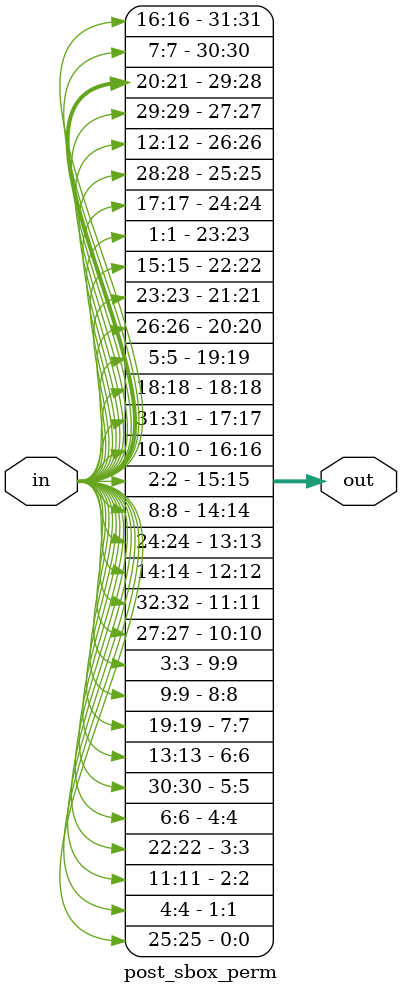
<source format=v>
module post_sbox_perm(in,out);

    input [1:32] in;
    output reg [1:32] out;
	 
	 
	 always @ (in)
	 begin 
	                    
							  out[1]<=in[16];
							  out[2]<=in[7];
							  out[3]<=in[20];
							  out[4]<=in[21];
							  out[5]<=in[29];
							  out[6]<=in[12];
							  out[7]<=in[28];
							  out[8]<=in[17];
							  out[9]<=in[1];
							  out[10]<=in[15];
							  
							  out[11]<=in[23];
							  out[12]<=in[26];
							  out[13]<=in[5];
							  out[14]<=in[18];
							  out[15]<=in[31];
							  out[16]<=in[10];
							  out[17]<=in[2];
							  out[18]<=in[8];
							  out[19]<=in[24];
							  out[20]<=in[14];
							  
							  out[21]<=in[32];
							  out[22]<=in[27];
							  out[23]<=in[3];
							  out[24]<=in[9];
							  out[25]<=in[19];
							  out[26]<=in[13];
							  out[27]<=in[30];
							  out[28]<=in[6];
							  out[29]<=in[22];
							  out[30]<=in[11];
							  
							  out[31]<=in[4];
							  out[32]<=in[25];
	 
	 
	 
	 end
	 
	 
	 
endmodule

</source>
